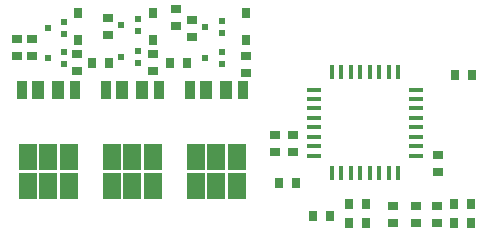
<source format=gtp>
G75*
G70*
%OFA0B0*%
%FSLAX24Y24*%
%IPPOS*%
%LPD*%
%AMOC8*
5,1,8,0,0,1.08239X$1,22.5*
%
%ADD10R,0.0180X0.0460*%
%ADD11R,0.0460X0.0180*%
%ADD12R,0.0393X0.0590*%
%ADD13R,0.0354X0.0275*%
%ADD14R,0.0275X0.0354*%
%ADD15R,0.0354X0.0590*%
%ADD16R,0.0591X0.0866*%
%ADD17R,0.0216X0.0196*%
D10*
X016335Y006447D03*
X016650Y006447D03*
X016965Y006447D03*
X017280Y006447D03*
X017594Y006447D03*
X017909Y006447D03*
X018224Y006447D03*
X018539Y006447D03*
X018539Y009827D03*
X018224Y009827D03*
X017909Y009827D03*
X017594Y009827D03*
X017280Y009827D03*
X016965Y009827D03*
X016650Y009827D03*
X016335Y009827D03*
D11*
X015747Y009239D03*
X015747Y008924D03*
X015747Y008609D03*
X015747Y008294D03*
X015747Y007980D03*
X015747Y007665D03*
X015747Y007350D03*
X015747Y007035D03*
X019127Y007035D03*
X019127Y007350D03*
X019127Y007665D03*
X019127Y007980D03*
X019127Y008294D03*
X019127Y008609D03*
X019127Y008924D03*
X019127Y009239D03*
D12*
X012822Y009237D03*
X012152Y009237D03*
X010022Y009237D03*
X009352Y009237D03*
X007222Y009237D03*
X006552Y009237D03*
D13*
X007837Y009852D03*
X007837Y010422D03*
X008887Y011052D03*
X008887Y011622D03*
X010387Y010422D03*
X010387Y009852D03*
X011687Y011002D03*
X011687Y011572D03*
X011137Y011352D03*
X011137Y011922D03*
X013487Y010372D03*
X013487Y009802D03*
X014437Y007722D03*
X015037Y007722D03*
X015037Y007152D03*
X014437Y007152D03*
X018387Y005372D03*
X018387Y004802D03*
X019137Y004802D03*
X019137Y005372D03*
X019837Y005372D03*
X019837Y004802D03*
X019887Y006502D03*
X019887Y007072D03*
X006337Y010352D03*
X005837Y010352D03*
X005837Y010922D03*
X006337Y010922D03*
D14*
X007887Y010887D03*
X008352Y010137D03*
X008922Y010137D03*
X010387Y010887D03*
X010952Y010137D03*
X011522Y010137D03*
X013487Y010887D03*
X013487Y011787D03*
X010387Y011787D03*
X007887Y011787D03*
X014577Y006112D03*
X015147Y006112D03*
X015702Y005037D03*
X016272Y005037D03*
X016902Y004787D03*
X017472Y004787D03*
X017472Y005437D03*
X016902Y005437D03*
X020402Y005437D03*
X020972Y005437D03*
X020972Y004787D03*
X020402Y004787D03*
X020452Y009737D03*
X021022Y009737D03*
D15*
X013385Y009227D03*
X011589Y009227D03*
X010585Y009227D03*
X008789Y009227D03*
X007785Y009227D03*
X005989Y009227D03*
D16*
X006198Y006038D03*
X006887Y006038D03*
X007576Y006038D03*
X007576Y006983D03*
X006887Y006983D03*
X006198Y006983D03*
X008998Y006983D03*
X009687Y006983D03*
X010376Y006983D03*
X010376Y006038D03*
X009687Y006038D03*
X008998Y006038D03*
X011798Y006038D03*
X012487Y006038D03*
X013176Y006038D03*
X013176Y006983D03*
X012487Y006983D03*
X011798Y006983D03*
D17*
X012663Y010090D03*
X012111Y010287D03*
X012663Y010484D03*
X012663Y011140D03*
X012663Y011534D03*
X012111Y011337D03*
X009863Y011190D03*
X009863Y011584D03*
X009311Y011387D03*
X009863Y010534D03*
X009863Y010140D03*
X009311Y010337D03*
X007413Y010484D03*
X006861Y010287D03*
X007413Y010090D03*
X007413Y011090D03*
X006861Y011287D03*
X007413Y011484D03*
M02*

</source>
